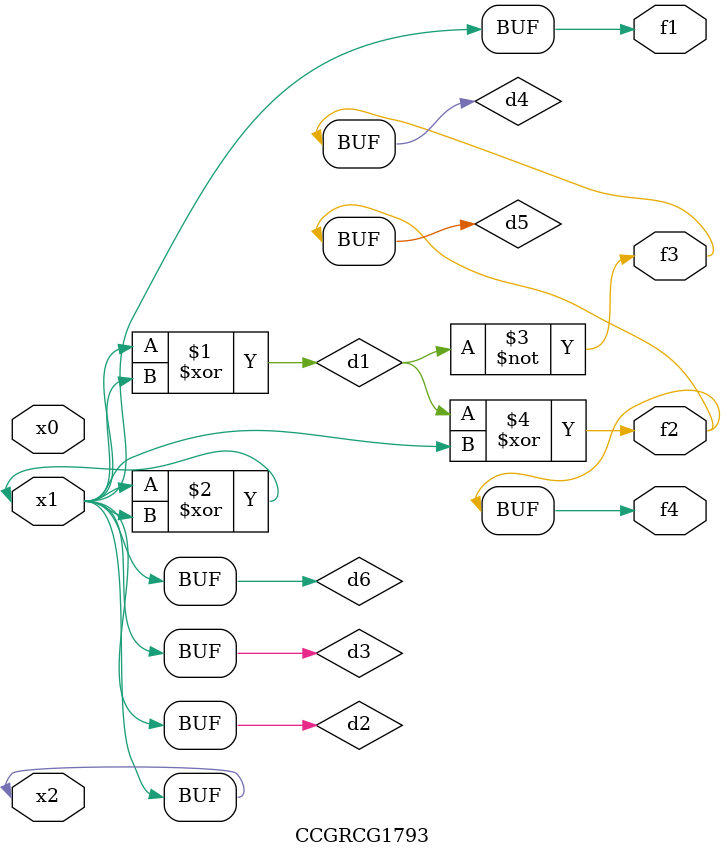
<source format=v>
module CCGRCG1793(
	input x0, x1, x2,
	output f1, f2, f3, f4
);

	wire d1, d2, d3, d4, d5, d6;

	xor (d1, x1, x2);
	buf (d2, x1, x2);
	xor (d3, x1, x2);
	nor (d4, d1);
	xor (d5, d1, d2);
	buf (d6, d2, d3);
	assign f1 = d6;
	assign f2 = d5;
	assign f3 = d4;
	assign f4 = d5;
endmodule

</source>
